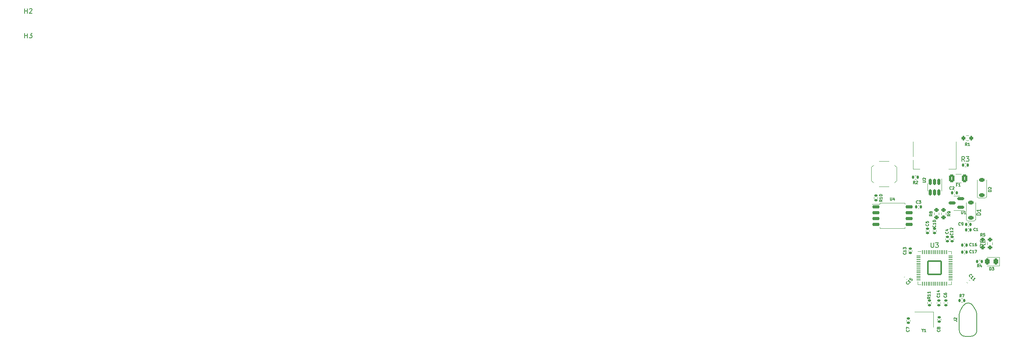
<source format=gto>
G04 #@! TF.GenerationSoftware,KiCad,Pcbnew,(7.0.0)*
G04 #@! TF.CreationDate,2023-04-19T14:41:34-07:00*
G04 #@! TF.ProjectId,OpenRectangle,4f70656e-5265-4637-9461-6e676c652e6b,rev?*
G04 #@! TF.SameCoordinates,Original*
G04 #@! TF.FileFunction,Legend,Top*
G04 #@! TF.FilePolarity,Positive*
%FSLAX46Y46*%
G04 Gerber Fmt 4.6, Leading zero omitted, Abs format (unit mm)*
G04 Created by KiCad (PCBNEW (7.0.0)) date 2023-04-19 14:41:34*
%MOMM*%
%LPD*%
G01*
G04 APERTURE LIST*
G04 Aperture macros list*
%AMRoundRect*
0 Rectangle with rounded corners*
0 $1 Rounding radius*
0 $2 $3 $4 $5 $6 $7 $8 $9 X,Y pos of 4 corners*
0 Add a 4 corners polygon primitive as box body*
4,1,4,$2,$3,$4,$5,$6,$7,$8,$9,$2,$3,0*
0 Add four circle primitives for the rounded corners*
1,1,$1+$1,$2,$3*
1,1,$1+$1,$4,$5*
1,1,$1+$1,$6,$7*
1,1,$1+$1,$8,$9*
0 Add four rect primitives between the rounded corners*
20,1,$1+$1,$2,$3,$4,$5,0*
20,1,$1+$1,$4,$5,$6,$7,0*
20,1,$1+$1,$6,$7,$8,$9,0*
20,1,$1+$1,$8,$9,$2,$3,0*%
G04 Aperture macros list end*
%ADD10C,0.150000*%
%ADD11C,0.120000*%
%ADD12C,0.200000*%
%ADD13RoundRect,0.200000X0.275000X-0.200000X0.275000X0.200000X-0.275000X0.200000X-0.275000X-0.200000X0*%
%ADD14C,3.800000*%
%ADD15C,1.750000*%
%ADD16C,3.987800*%
%ADD17R,1.100000X1.800000*%
%ADD18RoundRect,0.140000X0.170000X-0.140000X0.170000X0.140000X-0.170000X0.140000X-0.170000X-0.140000X0*%
%ADD19RoundRect,0.200000X-0.275000X0.200000X-0.275000X-0.200000X0.275000X-0.200000X0.275000X0.200000X0*%
%ADD20RoundRect,0.150000X0.587500X0.150000X-0.587500X0.150000X-0.587500X-0.150000X0.587500X-0.150000X0*%
%ADD21RoundRect,0.140000X0.140000X0.170000X-0.140000X0.170000X-0.140000X-0.170000X0.140000X-0.170000X0*%
%ADD22RoundRect,0.135000X-0.135000X-0.185000X0.135000X-0.185000X0.135000X0.185000X-0.135000X0.185000X0*%
%ADD23RoundRect,0.140000X-0.219203X-0.021213X-0.021213X-0.219203X0.219203X0.021213X0.021213X0.219203X0*%
%ADD24RoundRect,0.135000X0.135000X0.185000X-0.135000X0.185000X-0.135000X-0.185000X0.135000X-0.185000X0*%
%ADD25R,1.400000X1.200000*%
%ADD26RoundRect,0.140000X-0.021213X0.219203X-0.219203X0.021213X0.021213X-0.219203X0.219203X-0.021213X0*%
%ADD27RoundRect,0.250000X-0.375000X-0.625000X0.375000X-0.625000X0.375000X0.625000X-0.375000X0.625000X0*%
%ADD28RoundRect,0.225000X0.375000X-0.225000X0.375000X0.225000X-0.375000X0.225000X-0.375000X-0.225000X0*%
%ADD29RoundRect,0.200000X0.200000X0.275000X-0.200000X0.275000X-0.200000X-0.275000X0.200000X-0.275000X0*%
%ADD30RoundRect,0.140000X-0.140000X-0.170000X0.140000X-0.170000X0.140000X0.170000X-0.140000X0.170000X0*%
%ADD31RoundRect,0.243750X0.243750X0.456250X-0.243750X0.456250X-0.243750X-0.456250X0.243750X-0.456250X0*%
%ADD32RoundRect,0.135000X0.185000X-0.135000X0.185000X0.135000X-0.185000X0.135000X-0.185000X-0.135000X0*%
%ADD33RoundRect,0.140000X-0.170000X0.140000X-0.170000X-0.140000X0.170000X-0.140000X0.170000X0.140000X0*%
%ADD34C,3.300000*%
%ADD35RoundRect,0.135000X-0.185000X0.135000X-0.185000X-0.135000X0.185000X-0.135000X0.185000X0.135000X0*%
%ADD36C,0.990600*%
%ADD37C,0.787400*%
%ADD38RoundRect,0.050000X-0.387500X-0.050000X0.387500X-0.050000X0.387500X0.050000X-0.387500X0.050000X0*%
%ADD39RoundRect,0.050000X-0.050000X-0.387500X0.050000X-0.387500X0.050000X0.387500X-0.050000X0.387500X0*%
%ADD40RoundRect,0.144000X-1.456000X-1.456000X1.456000X-1.456000X1.456000X1.456000X-1.456000X1.456000X0*%
%ADD41RoundRect,0.150000X-0.150000X0.512500X-0.150000X-0.512500X0.150000X-0.512500X0.150000X0.512500X0*%
%ADD42C,0.650000*%
%ADD43R,0.300000X0.900000*%
%ADD44R,0.300000X0.700000*%
%ADD45O,0.800000X1.400000*%
%ADD46RoundRect,0.150000X-0.650000X-0.150000X0.650000X-0.150000X0.650000X0.150000X-0.650000X0.150000X0*%
G04 APERTURE END LIST*
D10*
X209507380Y-49766666D02*
X209031190Y-50099999D01*
X209507380Y-50338094D02*
X208507380Y-50338094D01*
X208507380Y-50338094D02*
X208507380Y-49957142D01*
X208507380Y-49957142D02*
X208555000Y-49861904D01*
X208555000Y-49861904D02*
X208602619Y-49814285D01*
X208602619Y-49814285D02*
X208697857Y-49766666D01*
X208697857Y-49766666D02*
X208840714Y-49766666D01*
X208840714Y-49766666D02*
X208935952Y-49814285D01*
X208935952Y-49814285D02*
X208983571Y-49861904D01*
X208983571Y-49861904D02*
X209031190Y-49957142D01*
X209031190Y-49957142D02*
X209031190Y-50338094D01*
X208507380Y-48909523D02*
X208507380Y-49099999D01*
X208507380Y-49099999D02*
X208555000Y-49195237D01*
X208555000Y-49195237D02*
X208602619Y-49242856D01*
X208602619Y-49242856D02*
X208745476Y-49338094D01*
X208745476Y-49338094D02*
X208935952Y-49385713D01*
X208935952Y-49385713D02*
X209316904Y-49385713D01*
X209316904Y-49385713D02*
X209412142Y-49338094D01*
X209412142Y-49338094D02*
X209459761Y-49290475D01*
X209459761Y-49290475D02*
X209507380Y-49195237D01*
X209507380Y-49195237D02*
X209507380Y-49004761D01*
X209507380Y-49004761D02*
X209459761Y-48909523D01*
X209459761Y-48909523D02*
X209412142Y-48861904D01*
X209412142Y-48861904D02*
X209316904Y-48814285D01*
X209316904Y-48814285D02*
X209078809Y-48814285D01*
X209078809Y-48814285D02*
X208983571Y-48861904D01*
X208983571Y-48861904D02*
X208935952Y-48909523D01*
X208935952Y-48909523D02*
X208888333Y-49004761D01*
X208888333Y-49004761D02*
X208888333Y-49195237D01*
X208888333Y-49195237D02*
X208935952Y-49290475D01*
X208935952Y-49290475D02*
X208983571Y-49338094D01*
X208983571Y-49338094D02*
X209078809Y-49385713D01*
X1413095Y-4992380D02*
X1413095Y-3992380D01*
X1413095Y-4468571D02*
X1984523Y-4468571D01*
X1984523Y-4992380D02*
X1984523Y-3992380D01*
X2365476Y-3992380D02*
X2984523Y-3992380D01*
X2984523Y-3992380D02*
X2651190Y-4373333D01*
X2651190Y-4373333D02*
X2794047Y-4373333D01*
X2794047Y-4373333D02*
X2889285Y-4420952D01*
X2889285Y-4420952D02*
X2936904Y-4468571D01*
X2936904Y-4468571D02*
X2984523Y-4563809D01*
X2984523Y-4563809D02*
X2984523Y-4801904D01*
X2984523Y-4801904D02*
X2936904Y-4897142D01*
X2936904Y-4897142D02*
X2889285Y-4944761D01*
X2889285Y-4944761D02*
X2794047Y-4992380D01*
X2794047Y-4992380D02*
X2508333Y-4992380D01*
X2508333Y-4992380D02*
X2413095Y-4944761D01*
X2413095Y-4944761D02*
X2365476Y-4897142D01*
X1413095Y357619D02*
X1413095Y1357619D01*
X1413095Y881428D02*
X1984523Y881428D01*
X1984523Y357619D02*
X1984523Y1357619D01*
X2413095Y1262380D02*
X2460714Y1310000D01*
X2460714Y1310000D02*
X2555952Y1357619D01*
X2555952Y1357619D02*
X2794047Y1357619D01*
X2794047Y1357619D02*
X2889285Y1310000D01*
X2889285Y1310000D02*
X2936904Y1262380D01*
X2936904Y1262380D02*
X2984523Y1167142D01*
X2984523Y1167142D02*
X2984523Y1071904D01*
X2984523Y1071904D02*
X2936904Y929047D01*
X2936904Y929047D02*
X2365476Y357619D01*
X2365476Y357619D02*
X2984523Y357619D01*
X192348035Y-51581732D02*
X192376607Y-51610304D01*
X192376607Y-51610304D02*
X192405178Y-51696018D01*
X192405178Y-51696018D02*
X192405178Y-51753161D01*
X192405178Y-51753161D02*
X192376607Y-51838875D01*
X192376607Y-51838875D02*
X192319464Y-51896018D01*
X192319464Y-51896018D02*
X192262321Y-51924589D01*
X192262321Y-51924589D02*
X192148035Y-51953161D01*
X192148035Y-51953161D02*
X192062321Y-51953161D01*
X192062321Y-51953161D02*
X191948035Y-51924589D01*
X191948035Y-51924589D02*
X191890892Y-51896018D01*
X191890892Y-51896018D02*
X191833750Y-51838875D01*
X191833750Y-51838875D02*
X191805178Y-51753161D01*
X191805178Y-51753161D02*
X191805178Y-51696018D01*
X191805178Y-51696018D02*
X191833750Y-51610304D01*
X191833750Y-51610304D02*
X191862321Y-51581732D01*
X192405178Y-51010304D02*
X192405178Y-51353161D01*
X192405178Y-51181732D02*
X191805178Y-51181732D01*
X191805178Y-51181732D02*
X191890892Y-51238875D01*
X191890892Y-51238875D02*
X191948035Y-51296018D01*
X191948035Y-51296018D02*
X191976607Y-51353161D01*
X191805178Y-50810303D02*
X191805178Y-50438875D01*
X191805178Y-50438875D02*
X192033750Y-50638875D01*
X192033750Y-50638875D02*
X192033750Y-50553160D01*
X192033750Y-50553160D02*
X192062321Y-50496018D01*
X192062321Y-50496018D02*
X192090892Y-50467446D01*
X192090892Y-50467446D02*
X192148035Y-50438875D01*
X192148035Y-50438875D02*
X192290892Y-50438875D01*
X192290892Y-50438875D02*
X192348035Y-50467446D01*
X192348035Y-50467446D02*
X192376607Y-50496018D01*
X192376607Y-50496018D02*
X192405178Y-50553160D01*
X192405178Y-50553160D02*
X192405178Y-50724589D01*
X192405178Y-50724589D02*
X192376607Y-50781732D01*
X192376607Y-50781732D02*
X192348035Y-50810303D01*
X208940000Y-48000428D02*
X208740000Y-47714714D01*
X208597143Y-48000428D02*
X208597143Y-47400428D01*
X208597143Y-47400428D02*
X208825714Y-47400428D01*
X208825714Y-47400428D02*
X208882857Y-47429000D01*
X208882857Y-47429000D02*
X208911428Y-47457571D01*
X208911428Y-47457571D02*
X208940000Y-47514714D01*
X208940000Y-47514714D02*
X208940000Y-47600428D01*
X208940000Y-47600428D02*
X208911428Y-47657571D01*
X208911428Y-47657571D02*
X208882857Y-47686142D01*
X208882857Y-47686142D02*
X208825714Y-47714714D01*
X208825714Y-47714714D02*
X208597143Y-47714714D01*
X209482857Y-47400428D02*
X209197143Y-47400428D01*
X209197143Y-47400428D02*
X209168571Y-47686142D01*
X209168571Y-47686142D02*
X209197143Y-47657571D01*
X209197143Y-47657571D02*
X209254286Y-47629000D01*
X209254286Y-47629000D02*
X209397143Y-47629000D01*
X209397143Y-47629000D02*
X209454286Y-47657571D01*
X209454286Y-47657571D02*
X209482857Y-47686142D01*
X209482857Y-47686142D02*
X209511428Y-47743285D01*
X209511428Y-47743285D02*
X209511428Y-47886142D01*
X209511428Y-47886142D02*
X209482857Y-47943285D01*
X209482857Y-47943285D02*
X209454286Y-47971857D01*
X209454286Y-47971857D02*
X209397143Y-48000428D01*
X209397143Y-48000428D02*
X209254286Y-48000428D01*
X209254286Y-48000428D02*
X209197143Y-47971857D01*
X209197143Y-47971857D02*
X209168571Y-47943285D01*
X204395357Y-42540428D02*
X204395357Y-43026142D01*
X204395357Y-43026142D02*
X204423928Y-43083285D01*
X204423928Y-43083285D02*
X204452500Y-43111857D01*
X204452500Y-43111857D02*
X204509642Y-43140428D01*
X204509642Y-43140428D02*
X204623928Y-43140428D01*
X204623928Y-43140428D02*
X204681071Y-43111857D01*
X204681071Y-43111857D02*
X204709642Y-43083285D01*
X204709642Y-43083285D02*
X204738214Y-43026142D01*
X204738214Y-43026142D02*
X204738214Y-42540428D01*
X205338213Y-43140428D02*
X204995356Y-43140428D01*
X205166785Y-43140428D02*
X205166785Y-42540428D01*
X205166785Y-42540428D02*
X205109642Y-42626142D01*
X205109642Y-42626142D02*
X205052499Y-42683285D01*
X205052499Y-42683285D02*
X204995356Y-42711857D01*
X202240000Y-37813285D02*
X202211428Y-37841857D01*
X202211428Y-37841857D02*
X202125714Y-37870428D01*
X202125714Y-37870428D02*
X202068571Y-37870428D01*
X202068571Y-37870428D02*
X201982857Y-37841857D01*
X201982857Y-37841857D02*
X201925714Y-37784714D01*
X201925714Y-37784714D02*
X201897143Y-37727571D01*
X201897143Y-37727571D02*
X201868571Y-37613285D01*
X201868571Y-37613285D02*
X201868571Y-37527571D01*
X201868571Y-37527571D02*
X201897143Y-37413285D01*
X201897143Y-37413285D02*
X201925714Y-37356142D01*
X201925714Y-37356142D02*
X201982857Y-37299000D01*
X201982857Y-37299000D02*
X202068571Y-37270428D01*
X202068571Y-37270428D02*
X202125714Y-37270428D01*
X202125714Y-37270428D02*
X202211428Y-37299000D01*
X202211428Y-37299000D02*
X202240000Y-37327571D01*
X202468571Y-37327571D02*
X202497143Y-37299000D01*
X202497143Y-37299000D02*
X202554286Y-37270428D01*
X202554286Y-37270428D02*
X202697143Y-37270428D01*
X202697143Y-37270428D02*
X202754286Y-37299000D01*
X202754286Y-37299000D02*
X202782857Y-37327571D01*
X202782857Y-37327571D02*
X202811428Y-37384714D01*
X202811428Y-37384714D02*
X202811428Y-37441857D01*
X202811428Y-37441857D02*
X202782857Y-37527571D01*
X202782857Y-37527571D02*
X202440000Y-37870428D01*
X202440000Y-37870428D02*
X202811428Y-37870428D01*
X208230000Y-54730428D02*
X208030000Y-54444714D01*
X207887143Y-54730428D02*
X207887143Y-54130428D01*
X207887143Y-54130428D02*
X208115714Y-54130428D01*
X208115714Y-54130428D02*
X208172857Y-54159000D01*
X208172857Y-54159000D02*
X208201428Y-54187571D01*
X208201428Y-54187571D02*
X208230000Y-54244714D01*
X208230000Y-54244714D02*
X208230000Y-54330428D01*
X208230000Y-54330428D02*
X208201428Y-54387571D01*
X208201428Y-54387571D02*
X208172857Y-54416142D01*
X208172857Y-54416142D02*
X208115714Y-54444714D01*
X208115714Y-54444714D02*
X207887143Y-54444714D01*
X208744286Y-54330428D02*
X208744286Y-54730428D01*
X208601428Y-54101857D02*
X208458571Y-54530428D01*
X208458571Y-54530428D02*
X208830000Y-54530428D01*
X206318042Y-56838367D02*
X206277635Y-56838367D01*
X206277635Y-56838367D02*
X206196823Y-56797961D01*
X206196823Y-56797961D02*
X206156417Y-56757555D01*
X206156417Y-56757555D02*
X206116011Y-56676743D01*
X206116011Y-56676743D02*
X206116011Y-56595931D01*
X206116011Y-56595931D02*
X206136214Y-56535322D01*
X206136214Y-56535322D02*
X206196823Y-56434306D01*
X206196823Y-56434306D02*
X206257432Y-56373697D01*
X206257432Y-56373697D02*
X206358448Y-56313088D01*
X206358448Y-56313088D02*
X206419057Y-56292885D01*
X206419057Y-56292885D02*
X206499869Y-56292885D01*
X206499869Y-56292885D02*
X206580681Y-56333291D01*
X206580681Y-56333291D02*
X206621087Y-56373697D01*
X206621087Y-56373697D02*
X206661493Y-56454509D01*
X206661493Y-56454509D02*
X206661493Y-56494916D01*
X206681696Y-57282835D02*
X206439260Y-57040398D01*
X206560478Y-57161616D02*
X206984742Y-56737352D01*
X206984742Y-56737352D02*
X206883727Y-56757555D01*
X206883727Y-56757555D02*
X206802915Y-56757555D01*
X206802915Y-56757555D02*
X206742306Y-56737352D01*
X207085758Y-57686896D02*
X206843321Y-57444459D01*
X206964540Y-57565678D02*
X207388804Y-57141414D01*
X207388804Y-57141414D02*
X207287788Y-57161617D01*
X207287788Y-57161617D02*
X207206976Y-57161617D01*
X207206976Y-57161617D02*
X207146367Y-57141414D01*
X194330000Y-36620428D02*
X194130000Y-36334714D01*
X193987143Y-36620428D02*
X193987143Y-36020428D01*
X193987143Y-36020428D02*
X194215714Y-36020428D01*
X194215714Y-36020428D02*
X194272857Y-36049000D01*
X194272857Y-36049000D02*
X194301428Y-36077571D01*
X194301428Y-36077571D02*
X194330000Y-36134714D01*
X194330000Y-36134714D02*
X194330000Y-36220428D01*
X194330000Y-36220428D02*
X194301428Y-36277571D01*
X194301428Y-36277571D02*
X194272857Y-36306142D01*
X194272857Y-36306142D02*
X194215714Y-36334714D01*
X194215714Y-36334714D02*
X193987143Y-36334714D01*
X194558571Y-36077571D02*
X194587143Y-36049000D01*
X194587143Y-36049000D02*
X194644286Y-36020428D01*
X194644286Y-36020428D02*
X194787143Y-36020428D01*
X194787143Y-36020428D02*
X194844286Y-36049000D01*
X194844286Y-36049000D02*
X194872857Y-36077571D01*
X194872857Y-36077571D02*
X194901428Y-36134714D01*
X194901428Y-36134714D02*
X194901428Y-36191857D01*
X194901428Y-36191857D02*
X194872857Y-36277571D01*
X194872857Y-36277571D02*
X194530000Y-36620428D01*
X194530000Y-36620428D02*
X194901428Y-36620428D01*
X196008285Y-68423964D02*
X196008285Y-68709678D01*
X195808285Y-68109678D02*
X196008285Y-68423964D01*
X196008285Y-68423964D02*
X196208285Y-68109678D01*
X196722571Y-68709678D02*
X196379714Y-68709678D01*
X196551143Y-68709678D02*
X196551143Y-68109678D01*
X196551143Y-68109678D02*
X196494000Y-68195392D01*
X196494000Y-68195392D02*
X196436857Y-68252535D01*
X196436857Y-68252535D02*
X196379714Y-68281107D01*
X192991712Y-58246463D02*
X192991712Y-58286870D01*
X192991712Y-58286870D02*
X192951306Y-58367682D01*
X192951306Y-58367682D02*
X192910900Y-58408088D01*
X192910900Y-58408088D02*
X192830088Y-58448494D01*
X192830088Y-58448494D02*
X192749276Y-58448494D01*
X192749276Y-58448494D02*
X192688667Y-58428291D01*
X192688667Y-58428291D02*
X192587651Y-58367682D01*
X192587651Y-58367682D02*
X192527042Y-58307073D01*
X192527042Y-58307073D02*
X192466433Y-58206057D01*
X192466433Y-58206057D02*
X192446230Y-58145448D01*
X192446230Y-58145448D02*
X192446230Y-58064636D01*
X192446230Y-58064636D02*
X192486636Y-57983824D01*
X192486636Y-57983824D02*
X192527042Y-57943418D01*
X192527042Y-57943418D02*
X192607854Y-57903012D01*
X192607854Y-57903012D02*
X192648261Y-57903012D01*
X193436180Y-57882809D02*
X193193743Y-58125245D01*
X193314961Y-58004027D02*
X192890697Y-57579763D01*
X192890697Y-57579763D02*
X192910900Y-57680778D01*
X192910900Y-57680778D02*
X192910900Y-57761590D01*
X192910900Y-57761590D02*
X192890697Y-57822199D01*
X193395774Y-57074686D02*
X193193743Y-57276717D01*
X193193743Y-57276717D02*
X193375571Y-57498950D01*
X193375571Y-57498950D02*
X193375571Y-57458544D01*
X193375571Y-57458544D02*
X193395774Y-57397935D01*
X193395774Y-57397935D02*
X193496789Y-57296920D01*
X193496789Y-57296920D02*
X193557398Y-57276717D01*
X193557398Y-57276717D02*
X193597804Y-57276717D01*
X193597804Y-57276717D02*
X193658413Y-57296920D01*
X193658413Y-57296920D02*
X193759429Y-57397935D01*
X193759429Y-57397935D02*
X193779632Y-57458544D01*
X193779632Y-57458544D02*
X193779632Y-57498950D01*
X193779632Y-57498950D02*
X193759429Y-57559559D01*
X193759429Y-57559559D02*
X193658413Y-57660575D01*
X193658413Y-57660575D02*
X193597804Y-57680778D01*
X193597804Y-57680778D02*
X193557398Y-57680778D01*
X199723285Y-68339999D02*
X199751857Y-68368571D01*
X199751857Y-68368571D02*
X199780428Y-68454285D01*
X199780428Y-68454285D02*
X199780428Y-68511428D01*
X199780428Y-68511428D02*
X199751857Y-68597142D01*
X199751857Y-68597142D02*
X199694714Y-68654285D01*
X199694714Y-68654285D02*
X199637571Y-68682856D01*
X199637571Y-68682856D02*
X199523285Y-68711428D01*
X199523285Y-68711428D02*
X199437571Y-68711428D01*
X199437571Y-68711428D02*
X199323285Y-68682856D01*
X199323285Y-68682856D02*
X199266142Y-68654285D01*
X199266142Y-68654285D02*
X199209000Y-68597142D01*
X199209000Y-68597142D02*
X199180428Y-68511428D01*
X199180428Y-68511428D02*
X199180428Y-68454285D01*
X199180428Y-68454285D02*
X199209000Y-68368571D01*
X199209000Y-68368571D02*
X199237571Y-68339999D01*
X199437571Y-67997142D02*
X199409000Y-68054285D01*
X199409000Y-68054285D02*
X199380428Y-68082856D01*
X199380428Y-68082856D02*
X199323285Y-68111428D01*
X199323285Y-68111428D02*
X199294714Y-68111428D01*
X199294714Y-68111428D02*
X199237571Y-68082856D01*
X199237571Y-68082856D02*
X199209000Y-68054285D01*
X199209000Y-68054285D02*
X199180428Y-67997142D01*
X199180428Y-67997142D02*
X199180428Y-67882856D01*
X199180428Y-67882856D02*
X199209000Y-67825714D01*
X199209000Y-67825714D02*
X199237571Y-67797142D01*
X199237571Y-67797142D02*
X199294714Y-67768571D01*
X199294714Y-67768571D02*
X199323285Y-67768571D01*
X199323285Y-67768571D02*
X199380428Y-67797142D01*
X199380428Y-67797142D02*
X199409000Y-67825714D01*
X199409000Y-67825714D02*
X199437571Y-67882856D01*
X199437571Y-67882856D02*
X199437571Y-67997142D01*
X199437571Y-67997142D02*
X199466142Y-68054285D01*
X199466142Y-68054285D02*
X199494714Y-68082856D01*
X199494714Y-68082856D02*
X199551857Y-68111428D01*
X199551857Y-68111428D02*
X199666142Y-68111428D01*
X199666142Y-68111428D02*
X199723285Y-68082856D01*
X199723285Y-68082856D02*
X199751857Y-68054285D01*
X199751857Y-68054285D02*
X199780428Y-67997142D01*
X199780428Y-67997142D02*
X199780428Y-67882856D01*
X199780428Y-67882856D02*
X199751857Y-67825714D01*
X199751857Y-67825714D02*
X199723285Y-67797142D01*
X199723285Y-67797142D02*
X199666142Y-67768571D01*
X199666142Y-67768571D02*
X199551857Y-67768571D01*
X199551857Y-67768571D02*
X199494714Y-67797142D01*
X199494714Y-67797142D02*
X199466142Y-67825714D01*
X199466142Y-67825714D02*
X199437571Y-67882856D01*
X203510000Y-36876142D02*
X203310000Y-36876142D01*
X203310000Y-37190428D02*
X203310000Y-36590428D01*
X203310000Y-36590428D02*
X203595714Y-36590428D01*
X204138571Y-37190428D02*
X203795714Y-37190428D01*
X203967143Y-37190428D02*
X203967143Y-36590428D01*
X203967143Y-36590428D02*
X203910000Y-36676142D01*
X203910000Y-36676142D02*
X203852857Y-36733285D01*
X203852857Y-36733285D02*
X203795714Y-36761857D01*
X210850428Y-38322856D02*
X210250428Y-38322856D01*
X210250428Y-38322856D02*
X210250428Y-38179999D01*
X210250428Y-38179999D02*
X210279000Y-38094285D01*
X210279000Y-38094285D02*
X210336142Y-38037142D01*
X210336142Y-38037142D02*
X210393285Y-38008571D01*
X210393285Y-38008571D02*
X210507571Y-37979999D01*
X210507571Y-37979999D02*
X210593285Y-37979999D01*
X210593285Y-37979999D02*
X210707571Y-38008571D01*
X210707571Y-38008571D02*
X210764714Y-38037142D01*
X210764714Y-38037142D02*
X210821857Y-38094285D01*
X210821857Y-38094285D02*
X210850428Y-38179999D01*
X210850428Y-38179999D02*
X210850428Y-38322856D01*
X210307571Y-37751428D02*
X210279000Y-37722856D01*
X210279000Y-37722856D02*
X210250428Y-37665714D01*
X210250428Y-37665714D02*
X210250428Y-37522856D01*
X210250428Y-37522856D02*
X210279000Y-37465714D01*
X210279000Y-37465714D02*
X210307571Y-37437142D01*
X210307571Y-37437142D02*
X210364714Y-37408571D01*
X210364714Y-37408571D02*
X210421857Y-37408571D01*
X210421857Y-37408571D02*
X210507571Y-37437142D01*
X210507571Y-37437142D02*
X210850428Y-37779999D01*
X210850428Y-37779999D02*
X210850428Y-37408571D01*
X205595000Y-28370428D02*
X205395000Y-28084714D01*
X205252143Y-28370428D02*
X205252143Y-27770428D01*
X205252143Y-27770428D02*
X205480714Y-27770428D01*
X205480714Y-27770428D02*
X205537857Y-27799000D01*
X205537857Y-27799000D02*
X205566428Y-27827571D01*
X205566428Y-27827571D02*
X205595000Y-27884714D01*
X205595000Y-27884714D02*
X205595000Y-27970428D01*
X205595000Y-27970428D02*
X205566428Y-28027571D01*
X205566428Y-28027571D02*
X205537857Y-28056142D01*
X205537857Y-28056142D02*
X205480714Y-28084714D01*
X205480714Y-28084714D02*
X205252143Y-28084714D01*
X206166428Y-28370428D02*
X205823571Y-28370428D01*
X205995000Y-28370428D02*
X205995000Y-27770428D01*
X205995000Y-27770428D02*
X205937857Y-27856142D01*
X205937857Y-27856142D02*
X205880714Y-27913285D01*
X205880714Y-27913285D02*
X205823571Y-27941857D01*
X204190000Y-45588285D02*
X204161428Y-45616857D01*
X204161428Y-45616857D02*
X204075714Y-45645428D01*
X204075714Y-45645428D02*
X204018571Y-45645428D01*
X204018571Y-45645428D02*
X203932857Y-45616857D01*
X203932857Y-45616857D02*
X203875714Y-45559714D01*
X203875714Y-45559714D02*
X203847143Y-45502571D01*
X203847143Y-45502571D02*
X203818571Y-45388285D01*
X203818571Y-45388285D02*
X203818571Y-45302571D01*
X203818571Y-45302571D02*
X203847143Y-45188285D01*
X203847143Y-45188285D02*
X203875714Y-45131142D01*
X203875714Y-45131142D02*
X203932857Y-45074000D01*
X203932857Y-45074000D02*
X204018571Y-45045428D01*
X204018571Y-45045428D02*
X204075714Y-45045428D01*
X204075714Y-45045428D02*
X204161428Y-45074000D01*
X204161428Y-45074000D02*
X204190000Y-45102571D01*
X204475714Y-45645428D02*
X204590000Y-45645428D01*
X204590000Y-45645428D02*
X204647143Y-45616857D01*
X204647143Y-45616857D02*
X204675714Y-45588285D01*
X204675714Y-45588285D02*
X204732857Y-45502571D01*
X204732857Y-45502571D02*
X204761428Y-45388285D01*
X204761428Y-45388285D02*
X204761428Y-45159714D01*
X204761428Y-45159714D02*
X204732857Y-45102571D01*
X204732857Y-45102571D02*
X204704286Y-45074000D01*
X204704286Y-45074000D02*
X204647143Y-45045428D01*
X204647143Y-45045428D02*
X204532857Y-45045428D01*
X204532857Y-45045428D02*
X204475714Y-45074000D01*
X204475714Y-45074000D02*
X204447143Y-45102571D01*
X204447143Y-45102571D02*
X204418571Y-45159714D01*
X204418571Y-45159714D02*
X204418571Y-45302571D01*
X204418571Y-45302571D02*
X204447143Y-45359714D01*
X204447143Y-45359714D02*
X204475714Y-45388285D01*
X204475714Y-45388285D02*
X204532857Y-45416857D01*
X204532857Y-45416857D02*
X204647143Y-45416857D01*
X204647143Y-45416857D02*
X204704286Y-45388285D01*
X204704286Y-45388285D02*
X204732857Y-45359714D01*
X204732857Y-45359714D02*
X204761428Y-45302571D01*
X207430000Y-46788285D02*
X207401428Y-46816857D01*
X207401428Y-46816857D02*
X207315714Y-46845428D01*
X207315714Y-46845428D02*
X207258571Y-46845428D01*
X207258571Y-46845428D02*
X207172857Y-46816857D01*
X207172857Y-46816857D02*
X207115714Y-46759714D01*
X207115714Y-46759714D02*
X207087143Y-46702571D01*
X207087143Y-46702571D02*
X207058571Y-46588285D01*
X207058571Y-46588285D02*
X207058571Y-46502571D01*
X207058571Y-46502571D02*
X207087143Y-46388285D01*
X207087143Y-46388285D02*
X207115714Y-46331142D01*
X207115714Y-46331142D02*
X207172857Y-46274000D01*
X207172857Y-46274000D02*
X207258571Y-46245428D01*
X207258571Y-46245428D02*
X207315714Y-46245428D01*
X207315714Y-46245428D02*
X207401428Y-46274000D01*
X207401428Y-46274000D02*
X207430000Y-46302571D01*
X208001428Y-46845428D02*
X207658571Y-46845428D01*
X207830000Y-46845428D02*
X207830000Y-46245428D01*
X207830000Y-46245428D02*
X207772857Y-46331142D01*
X207772857Y-46331142D02*
X207715714Y-46388285D01*
X207715714Y-46388285D02*
X207658571Y-46416857D01*
X210514643Y-55370428D02*
X210514643Y-54770428D01*
X210514643Y-54770428D02*
X210657500Y-54770428D01*
X210657500Y-54770428D02*
X210743214Y-54799000D01*
X210743214Y-54799000D02*
X210800357Y-54856142D01*
X210800357Y-54856142D02*
X210828928Y-54913285D01*
X210828928Y-54913285D02*
X210857500Y-55027571D01*
X210857500Y-55027571D02*
X210857500Y-55113285D01*
X210857500Y-55113285D02*
X210828928Y-55227571D01*
X210828928Y-55227571D02*
X210800357Y-55284714D01*
X210800357Y-55284714D02*
X210743214Y-55341857D01*
X210743214Y-55341857D02*
X210657500Y-55370428D01*
X210657500Y-55370428D02*
X210514643Y-55370428D01*
X211057500Y-54770428D02*
X211428928Y-54770428D01*
X211428928Y-54770428D02*
X211228928Y-54999000D01*
X211228928Y-54999000D02*
X211314643Y-54999000D01*
X211314643Y-54999000D02*
X211371786Y-55027571D01*
X211371786Y-55027571D02*
X211400357Y-55056142D01*
X211400357Y-55056142D02*
X211428928Y-55113285D01*
X211428928Y-55113285D02*
X211428928Y-55256142D01*
X211428928Y-55256142D02*
X211400357Y-55313285D01*
X211400357Y-55313285D02*
X211371786Y-55341857D01*
X211371786Y-55341857D02*
X211314643Y-55370428D01*
X211314643Y-55370428D02*
X211143214Y-55370428D01*
X211143214Y-55370428D02*
X211086071Y-55341857D01*
X211086071Y-55341857D02*
X211057500Y-55313285D01*
X201513285Y-47079999D02*
X201541857Y-47108571D01*
X201541857Y-47108571D02*
X201570428Y-47194285D01*
X201570428Y-47194285D02*
X201570428Y-47251428D01*
X201570428Y-47251428D02*
X201541857Y-47337142D01*
X201541857Y-47337142D02*
X201484714Y-47394285D01*
X201484714Y-47394285D02*
X201427571Y-47422856D01*
X201427571Y-47422856D02*
X201313285Y-47451428D01*
X201313285Y-47451428D02*
X201227571Y-47451428D01*
X201227571Y-47451428D02*
X201113285Y-47422856D01*
X201113285Y-47422856D02*
X201056142Y-47394285D01*
X201056142Y-47394285D02*
X200999000Y-47337142D01*
X200999000Y-47337142D02*
X200970428Y-47251428D01*
X200970428Y-47251428D02*
X200970428Y-47194285D01*
X200970428Y-47194285D02*
X200999000Y-47108571D01*
X200999000Y-47108571D02*
X201027571Y-47079999D01*
X201170428Y-46565714D02*
X201570428Y-46565714D01*
X200941857Y-46708571D02*
X201370428Y-46851428D01*
X201370428Y-46851428D02*
X201370428Y-46479999D01*
X197660428Y-61185714D02*
X197374714Y-61385714D01*
X197660428Y-61528571D02*
X197060428Y-61528571D01*
X197060428Y-61528571D02*
X197060428Y-61300000D01*
X197060428Y-61300000D02*
X197089000Y-61242857D01*
X197089000Y-61242857D02*
X197117571Y-61214286D01*
X197117571Y-61214286D02*
X197174714Y-61185714D01*
X197174714Y-61185714D02*
X197260428Y-61185714D01*
X197260428Y-61185714D02*
X197317571Y-61214286D01*
X197317571Y-61214286D02*
X197346142Y-61242857D01*
X197346142Y-61242857D02*
X197374714Y-61300000D01*
X197374714Y-61300000D02*
X197374714Y-61528571D01*
X197660428Y-60614286D02*
X197660428Y-60957143D01*
X197660428Y-60785714D02*
X197060428Y-60785714D01*
X197060428Y-60785714D02*
X197146142Y-60842857D01*
X197146142Y-60842857D02*
X197203285Y-60900000D01*
X197203285Y-60900000D02*
X197231857Y-60957143D01*
X197660428Y-60042857D02*
X197660428Y-60385714D01*
X197660428Y-60214285D02*
X197060428Y-60214285D01*
X197060428Y-60214285D02*
X197146142Y-60271428D01*
X197146142Y-60271428D02*
X197203285Y-60328571D01*
X197203285Y-60328571D02*
X197231857Y-60385714D01*
X201143285Y-60899999D02*
X201171857Y-60928571D01*
X201171857Y-60928571D02*
X201200428Y-61014285D01*
X201200428Y-61014285D02*
X201200428Y-61071428D01*
X201200428Y-61071428D02*
X201171857Y-61157142D01*
X201171857Y-61157142D02*
X201114714Y-61214285D01*
X201114714Y-61214285D02*
X201057571Y-61242856D01*
X201057571Y-61242856D02*
X200943285Y-61271428D01*
X200943285Y-61271428D02*
X200857571Y-61271428D01*
X200857571Y-61271428D02*
X200743285Y-61242856D01*
X200743285Y-61242856D02*
X200686142Y-61214285D01*
X200686142Y-61214285D02*
X200629000Y-61157142D01*
X200629000Y-61157142D02*
X200600428Y-61071428D01*
X200600428Y-61071428D02*
X200600428Y-61014285D01*
X200600428Y-61014285D02*
X200629000Y-60928571D01*
X200629000Y-60928571D02*
X200657571Y-60899999D01*
X200600428Y-60385714D02*
X200600428Y-60499999D01*
X200600428Y-60499999D02*
X200629000Y-60557142D01*
X200629000Y-60557142D02*
X200657571Y-60585714D01*
X200657571Y-60585714D02*
X200743285Y-60642856D01*
X200743285Y-60642856D02*
X200857571Y-60671428D01*
X200857571Y-60671428D02*
X201086142Y-60671428D01*
X201086142Y-60671428D02*
X201143285Y-60642856D01*
X201143285Y-60642856D02*
X201171857Y-60614285D01*
X201171857Y-60614285D02*
X201200428Y-60557142D01*
X201200428Y-60557142D02*
X201200428Y-60442856D01*
X201200428Y-60442856D02*
X201171857Y-60385714D01*
X201171857Y-60385714D02*
X201143285Y-60357142D01*
X201143285Y-60357142D02*
X201086142Y-60328571D01*
X201086142Y-60328571D02*
X200943285Y-60328571D01*
X200943285Y-60328571D02*
X200886142Y-60357142D01*
X200886142Y-60357142D02*
X200857571Y-60385714D01*
X200857571Y-60385714D02*
X200829000Y-60442856D01*
X200829000Y-60442856D02*
X200829000Y-60557142D01*
X200829000Y-60557142D02*
X200857571Y-60614285D01*
X200857571Y-60614285D02*
X200886142Y-60642856D01*
X200886142Y-60642856D02*
X200943285Y-60671428D01*
X206554285Y-50083285D02*
X206525713Y-50111857D01*
X206525713Y-50111857D02*
X206439999Y-50140428D01*
X206439999Y-50140428D02*
X206382856Y-50140428D01*
X206382856Y-50140428D02*
X206297142Y-50111857D01*
X206297142Y-50111857D02*
X206239999Y-50054714D01*
X206239999Y-50054714D02*
X206211428Y-49997571D01*
X206211428Y-49997571D02*
X206182856Y-49883285D01*
X206182856Y-49883285D02*
X206182856Y-49797571D01*
X206182856Y-49797571D02*
X206211428Y-49683285D01*
X206211428Y-49683285D02*
X206239999Y-49626142D01*
X206239999Y-49626142D02*
X206297142Y-49569000D01*
X206297142Y-49569000D02*
X206382856Y-49540428D01*
X206382856Y-49540428D02*
X206439999Y-49540428D01*
X206439999Y-49540428D02*
X206525713Y-49569000D01*
X206525713Y-49569000D02*
X206554285Y-49597571D01*
X207125713Y-50140428D02*
X206782856Y-50140428D01*
X206954285Y-50140428D02*
X206954285Y-49540428D01*
X206954285Y-49540428D02*
X206897142Y-49626142D01*
X206897142Y-49626142D02*
X206839999Y-49683285D01*
X206839999Y-49683285D02*
X206782856Y-49711857D01*
X207640000Y-49540428D02*
X207525714Y-49540428D01*
X207525714Y-49540428D02*
X207468571Y-49569000D01*
X207468571Y-49569000D02*
X207440000Y-49597571D01*
X207440000Y-49597571D02*
X207382857Y-49683285D01*
X207382857Y-49683285D02*
X207354285Y-49797571D01*
X207354285Y-49797571D02*
X207354285Y-50026142D01*
X207354285Y-50026142D02*
X207382857Y-50083285D01*
X207382857Y-50083285D02*
X207411428Y-50111857D01*
X207411428Y-50111857D02*
X207468571Y-50140428D01*
X207468571Y-50140428D02*
X207582857Y-50140428D01*
X207582857Y-50140428D02*
X207640000Y-50111857D01*
X207640000Y-50111857D02*
X207668571Y-50083285D01*
X207668571Y-50083285D02*
X207697142Y-50026142D01*
X207697142Y-50026142D02*
X207697142Y-49883285D01*
X207697142Y-49883285D02*
X207668571Y-49826142D01*
X207668571Y-49826142D02*
X207640000Y-49797571D01*
X207640000Y-49797571D02*
X207582857Y-49769000D01*
X207582857Y-49769000D02*
X207468571Y-49769000D01*
X207468571Y-49769000D02*
X207411428Y-49797571D01*
X207411428Y-49797571D02*
X207382857Y-49826142D01*
X207382857Y-49826142D02*
X207354285Y-49883285D01*
X202513285Y-47365714D02*
X202541857Y-47394286D01*
X202541857Y-47394286D02*
X202570428Y-47480000D01*
X202570428Y-47480000D02*
X202570428Y-47537143D01*
X202570428Y-47537143D02*
X202541857Y-47622857D01*
X202541857Y-47622857D02*
X202484714Y-47680000D01*
X202484714Y-47680000D02*
X202427571Y-47708571D01*
X202427571Y-47708571D02*
X202313285Y-47737143D01*
X202313285Y-47737143D02*
X202227571Y-47737143D01*
X202227571Y-47737143D02*
X202113285Y-47708571D01*
X202113285Y-47708571D02*
X202056142Y-47680000D01*
X202056142Y-47680000D02*
X201999000Y-47622857D01*
X201999000Y-47622857D02*
X201970428Y-47537143D01*
X201970428Y-47537143D02*
X201970428Y-47480000D01*
X201970428Y-47480000D02*
X201999000Y-47394286D01*
X201999000Y-47394286D02*
X202027571Y-47365714D01*
X202570428Y-46794286D02*
X202570428Y-47137143D01*
X202570428Y-46965714D02*
X201970428Y-46965714D01*
X201970428Y-46965714D02*
X202056142Y-47022857D01*
X202056142Y-47022857D02*
X202113285Y-47080000D01*
X202113285Y-47080000D02*
X202141857Y-47137143D01*
X202027571Y-46565714D02*
X201999000Y-46537142D01*
X201999000Y-46537142D02*
X201970428Y-46480000D01*
X201970428Y-46480000D02*
X201970428Y-46337142D01*
X201970428Y-46337142D02*
X201999000Y-46280000D01*
X201999000Y-46280000D02*
X202027571Y-46251428D01*
X202027571Y-46251428D02*
X202084714Y-46222857D01*
X202084714Y-46222857D02*
X202141857Y-46222857D01*
X202141857Y-46222857D02*
X202227571Y-46251428D01*
X202227571Y-46251428D02*
X202570428Y-46594285D01*
X202570428Y-46594285D02*
X202570428Y-46222857D01*
X195000000Y-40843285D02*
X194971428Y-40871857D01*
X194971428Y-40871857D02*
X194885714Y-40900428D01*
X194885714Y-40900428D02*
X194828571Y-40900428D01*
X194828571Y-40900428D02*
X194742857Y-40871857D01*
X194742857Y-40871857D02*
X194685714Y-40814714D01*
X194685714Y-40814714D02*
X194657143Y-40757571D01*
X194657143Y-40757571D02*
X194628571Y-40643285D01*
X194628571Y-40643285D02*
X194628571Y-40557571D01*
X194628571Y-40557571D02*
X194657143Y-40443285D01*
X194657143Y-40443285D02*
X194685714Y-40386142D01*
X194685714Y-40386142D02*
X194742857Y-40329000D01*
X194742857Y-40329000D02*
X194828571Y-40300428D01*
X194828571Y-40300428D02*
X194885714Y-40300428D01*
X194885714Y-40300428D02*
X194971428Y-40329000D01*
X194971428Y-40329000D02*
X195000000Y-40357571D01*
X195200000Y-40300428D02*
X195571428Y-40300428D01*
X195571428Y-40300428D02*
X195371428Y-40529000D01*
X195371428Y-40529000D02*
X195457143Y-40529000D01*
X195457143Y-40529000D02*
X195514286Y-40557571D01*
X195514286Y-40557571D02*
X195542857Y-40586142D01*
X195542857Y-40586142D02*
X195571428Y-40643285D01*
X195571428Y-40643285D02*
X195571428Y-40786142D01*
X195571428Y-40786142D02*
X195542857Y-40843285D01*
X195542857Y-40843285D02*
X195514286Y-40871857D01*
X195514286Y-40871857D02*
X195457143Y-40900428D01*
X195457143Y-40900428D02*
X195285714Y-40900428D01*
X195285714Y-40900428D02*
X195228571Y-40871857D01*
X195228571Y-40871857D02*
X195200000Y-40843285D01*
X193033285Y-68349999D02*
X193061857Y-68378571D01*
X193061857Y-68378571D02*
X193090428Y-68464285D01*
X193090428Y-68464285D02*
X193090428Y-68521428D01*
X193090428Y-68521428D02*
X193061857Y-68607142D01*
X193061857Y-68607142D02*
X193004714Y-68664285D01*
X193004714Y-68664285D02*
X192947571Y-68692856D01*
X192947571Y-68692856D02*
X192833285Y-68721428D01*
X192833285Y-68721428D02*
X192747571Y-68721428D01*
X192747571Y-68721428D02*
X192633285Y-68692856D01*
X192633285Y-68692856D02*
X192576142Y-68664285D01*
X192576142Y-68664285D02*
X192519000Y-68607142D01*
X192519000Y-68607142D02*
X192490428Y-68521428D01*
X192490428Y-68521428D02*
X192490428Y-68464285D01*
X192490428Y-68464285D02*
X192519000Y-68378571D01*
X192519000Y-68378571D02*
X192547571Y-68349999D01*
X192490428Y-68149999D02*
X192490428Y-67749999D01*
X192490428Y-67749999D02*
X193090428Y-68007142D01*
X201990428Y-43239999D02*
X201704714Y-43439999D01*
X201990428Y-43582856D02*
X201390428Y-43582856D01*
X201390428Y-43582856D02*
X201390428Y-43354285D01*
X201390428Y-43354285D02*
X201419000Y-43297142D01*
X201419000Y-43297142D02*
X201447571Y-43268571D01*
X201447571Y-43268571D02*
X201504714Y-43239999D01*
X201504714Y-43239999D02*
X201590428Y-43239999D01*
X201590428Y-43239999D02*
X201647571Y-43268571D01*
X201647571Y-43268571D02*
X201676142Y-43297142D01*
X201676142Y-43297142D02*
X201704714Y-43354285D01*
X201704714Y-43354285D02*
X201704714Y-43582856D01*
X201990428Y-42954285D02*
X201990428Y-42839999D01*
X201990428Y-42839999D02*
X201961857Y-42782856D01*
X201961857Y-42782856D02*
X201933285Y-42754285D01*
X201933285Y-42754285D02*
X201847571Y-42697142D01*
X201847571Y-42697142D02*
X201733285Y-42668571D01*
X201733285Y-42668571D02*
X201504714Y-42668571D01*
X201504714Y-42668571D02*
X201447571Y-42697142D01*
X201447571Y-42697142D02*
X201419000Y-42725714D01*
X201419000Y-42725714D02*
X201390428Y-42782856D01*
X201390428Y-42782856D02*
X201390428Y-42897142D01*
X201390428Y-42897142D02*
X201419000Y-42954285D01*
X201419000Y-42954285D02*
X201447571Y-42982856D01*
X201447571Y-42982856D02*
X201504714Y-43011428D01*
X201504714Y-43011428D02*
X201647571Y-43011428D01*
X201647571Y-43011428D02*
X201704714Y-42982856D01*
X201704714Y-42982856D02*
X201733285Y-42954285D01*
X201733285Y-42954285D02*
X201761857Y-42897142D01*
X201761857Y-42897142D02*
X201761857Y-42782856D01*
X201761857Y-42782856D02*
X201733285Y-42725714D01*
X201733285Y-42725714D02*
X201704714Y-42697142D01*
X201704714Y-42697142D02*
X201647571Y-42668571D01*
X187240428Y-40105714D02*
X186954714Y-40305714D01*
X187240428Y-40448571D02*
X186640428Y-40448571D01*
X186640428Y-40448571D02*
X186640428Y-40220000D01*
X186640428Y-40220000D02*
X186669000Y-40162857D01*
X186669000Y-40162857D02*
X186697571Y-40134286D01*
X186697571Y-40134286D02*
X186754714Y-40105714D01*
X186754714Y-40105714D02*
X186840428Y-40105714D01*
X186840428Y-40105714D02*
X186897571Y-40134286D01*
X186897571Y-40134286D02*
X186926142Y-40162857D01*
X186926142Y-40162857D02*
X186954714Y-40220000D01*
X186954714Y-40220000D02*
X186954714Y-40448571D01*
X187240428Y-39534286D02*
X187240428Y-39877143D01*
X187240428Y-39705714D02*
X186640428Y-39705714D01*
X186640428Y-39705714D02*
X186726142Y-39762857D01*
X186726142Y-39762857D02*
X186783285Y-39820000D01*
X186783285Y-39820000D02*
X186811857Y-39877143D01*
X186640428Y-39162857D02*
X186640428Y-39105714D01*
X186640428Y-39105714D02*
X186669000Y-39048571D01*
X186669000Y-39048571D02*
X186697571Y-39020000D01*
X186697571Y-39020000D02*
X186754714Y-38991428D01*
X186754714Y-38991428D02*
X186869000Y-38962857D01*
X186869000Y-38962857D02*
X187011857Y-38962857D01*
X187011857Y-38962857D02*
X187126142Y-38991428D01*
X187126142Y-38991428D02*
X187183285Y-39020000D01*
X187183285Y-39020000D02*
X187211857Y-39048571D01*
X187211857Y-39048571D02*
X187240428Y-39105714D01*
X187240428Y-39105714D02*
X187240428Y-39162857D01*
X187240428Y-39162857D02*
X187211857Y-39220000D01*
X187211857Y-39220000D02*
X187183285Y-39248571D01*
X187183285Y-39248571D02*
X187126142Y-39277142D01*
X187126142Y-39277142D02*
X187011857Y-39305714D01*
X187011857Y-39305714D02*
X186869000Y-39305714D01*
X186869000Y-39305714D02*
X186754714Y-39277142D01*
X186754714Y-39277142D02*
X186697571Y-39248571D01*
X186697571Y-39248571D02*
X186669000Y-39220000D01*
X186669000Y-39220000D02*
X186640428Y-39162857D01*
X198090428Y-43239999D02*
X197804714Y-43439999D01*
X198090428Y-43582856D02*
X197490428Y-43582856D01*
X197490428Y-43582856D02*
X197490428Y-43354285D01*
X197490428Y-43354285D02*
X197519000Y-43297142D01*
X197519000Y-43297142D02*
X197547571Y-43268571D01*
X197547571Y-43268571D02*
X197604714Y-43239999D01*
X197604714Y-43239999D02*
X197690428Y-43239999D01*
X197690428Y-43239999D02*
X197747571Y-43268571D01*
X197747571Y-43268571D02*
X197776142Y-43297142D01*
X197776142Y-43297142D02*
X197804714Y-43354285D01*
X197804714Y-43354285D02*
X197804714Y-43582856D01*
X197747571Y-42897142D02*
X197719000Y-42954285D01*
X197719000Y-42954285D02*
X197690428Y-42982856D01*
X197690428Y-42982856D02*
X197633285Y-43011428D01*
X197633285Y-43011428D02*
X197604714Y-43011428D01*
X197604714Y-43011428D02*
X197547571Y-42982856D01*
X197547571Y-42982856D02*
X197519000Y-42954285D01*
X197519000Y-42954285D02*
X197490428Y-42897142D01*
X197490428Y-42897142D02*
X197490428Y-42782856D01*
X197490428Y-42782856D02*
X197519000Y-42725714D01*
X197519000Y-42725714D02*
X197547571Y-42697142D01*
X197547571Y-42697142D02*
X197604714Y-42668571D01*
X197604714Y-42668571D02*
X197633285Y-42668571D01*
X197633285Y-42668571D02*
X197690428Y-42697142D01*
X197690428Y-42697142D02*
X197719000Y-42725714D01*
X197719000Y-42725714D02*
X197747571Y-42782856D01*
X197747571Y-42782856D02*
X197747571Y-42897142D01*
X197747571Y-42897142D02*
X197776142Y-42954285D01*
X197776142Y-42954285D02*
X197804714Y-42982856D01*
X197804714Y-42982856D02*
X197861857Y-43011428D01*
X197861857Y-43011428D02*
X197976142Y-43011428D01*
X197976142Y-43011428D02*
X198033285Y-42982856D01*
X198033285Y-42982856D02*
X198061857Y-42954285D01*
X198061857Y-42954285D02*
X198090428Y-42897142D01*
X198090428Y-42897142D02*
X198090428Y-42782856D01*
X198090428Y-42782856D02*
X198061857Y-42725714D01*
X198061857Y-42725714D02*
X198033285Y-42697142D01*
X198033285Y-42697142D02*
X197976142Y-42668571D01*
X197976142Y-42668571D02*
X197861857Y-42668571D01*
X197861857Y-42668571D02*
X197804714Y-42697142D01*
X197804714Y-42697142D02*
X197776142Y-42725714D01*
X197776142Y-42725714D02*
X197747571Y-42782856D01*
X198743285Y-45685714D02*
X198771857Y-45714286D01*
X198771857Y-45714286D02*
X198800428Y-45800000D01*
X198800428Y-45800000D02*
X198800428Y-45857143D01*
X198800428Y-45857143D02*
X198771857Y-45942857D01*
X198771857Y-45942857D02*
X198714714Y-46000000D01*
X198714714Y-46000000D02*
X198657571Y-46028571D01*
X198657571Y-46028571D02*
X198543285Y-46057143D01*
X198543285Y-46057143D02*
X198457571Y-46057143D01*
X198457571Y-46057143D02*
X198343285Y-46028571D01*
X198343285Y-46028571D02*
X198286142Y-46000000D01*
X198286142Y-46000000D02*
X198229000Y-45942857D01*
X198229000Y-45942857D02*
X198200428Y-45857143D01*
X198200428Y-45857143D02*
X198200428Y-45800000D01*
X198200428Y-45800000D02*
X198229000Y-45714286D01*
X198229000Y-45714286D02*
X198257571Y-45685714D01*
X198800428Y-45114286D02*
X198800428Y-45457143D01*
X198800428Y-45285714D02*
X198200428Y-45285714D01*
X198200428Y-45285714D02*
X198286142Y-45342857D01*
X198286142Y-45342857D02*
X198343285Y-45400000D01*
X198343285Y-45400000D02*
X198371857Y-45457143D01*
X198200428Y-44742857D02*
X198200428Y-44685714D01*
X198200428Y-44685714D02*
X198229000Y-44628571D01*
X198229000Y-44628571D02*
X198257571Y-44600000D01*
X198257571Y-44600000D02*
X198314714Y-44571428D01*
X198314714Y-44571428D02*
X198429000Y-44542857D01*
X198429000Y-44542857D02*
X198571857Y-44542857D01*
X198571857Y-44542857D02*
X198686142Y-44571428D01*
X198686142Y-44571428D02*
X198743285Y-44600000D01*
X198743285Y-44600000D02*
X198771857Y-44628571D01*
X198771857Y-44628571D02*
X198800428Y-44685714D01*
X198800428Y-44685714D02*
X198800428Y-44742857D01*
X198800428Y-44742857D02*
X198771857Y-44800000D01*
X198771857Y-44800000D02*
X198743285Y-44828571D01*
X198743285Y-44828571D02*
X198686142Y-44857142D01*
X198686142Y-44857142D02*
X198571857Y-44885714D01*
X198571857Y-44885714D02*
X198429000Y-44885714D01*
X198429000Y-44885714D02*
X198314714Y-44857142D01*
X198314714Y-44857142D02*
X198257571Y-44828571D01*
X198257571Y-44828571D02*
X198229000Y-44800000D01*
X198229000Y-44800000D02*
X198200428Y-44742857D01*
X202770428Y-66320000D02*
X203199000Y-66320000D01*
X203199000Y-66320000D02*
X203284714Y-66348571D01*
X203284714Y-66348571D02*
X203341857Y-66405714D01*
X203341857Y-66405714D02*
X203370428Y-66491428D01*
X203370428Y-66491428D02*
X203370428Y-66548571D01*
X202827571Y-66062857D02*
X202799000Y-66034285D01*
X202799000Y-66034285D02*
X202770428Y-65977143D01*
X202770428Y-65977143D02*
X202770428Y-65834285D01*
X202770428Y-65834285D02*
X202799000Y-65777143D01*
X202799000Y-65777143D02*
X202827571Y-65748571D01*
X202827571Y-65748571D02*
X202884714Y-65720000D01*
X202884714Y-65720000D02*
X202941857Y-65720000D01*
X202941857Y-65720000D02*
X203027571Y-65748571D01*
X203027571Y-65748571D02*
X203370428Y-66091428D01*
X203370428Y-66091428D02*
X203370428Y-65720000D01*
X208543904Y-43400475D02*
X207743904Y-43400475D01*
X207743904Y-43400475D02*
X207743904Y-43209999D01*
X207743904Y-43209999D02*
X207782000Y-43095713D01*
X207782000Y-43095713D02*
X207858190Y-43019523D01*
X207858190Y-43019523D02*
X207934380Y-42981428D01*
X207934380Y-42981428D02*
X208086761Y-42943332D01*
X208086761Y-42943332D02*
X208201047Y-42943332D01*
X208201047Y-42943332D02*
X208353428Y-42981428D01*
X208353428Y-42981428D02*
X208429619Y-43019523D01*
X208429619Y-43019523D02*
X208505809Y-43095713D01*
X208505809Y-43095713D02*
X208543904Y-43209999D01*
X208543904Y-43209999D02*
X208543904Y-43400475D01*
X208543904Y-42181428D02*
X208543904Y-42638571D01*
X208543904Y-42409999D02*
X207743904Y-42409999D01*
X207743904Y-42409999D02*
X207858190Y-42486190D01*
X207858190Y-42486190D02*
X207934380Y-42562380D01*
X207934380Y-42562380D02*
X207972476Y-42638571D01*
X199643285Y-60900000D02*
X199671857Y-60928572D01*
X199671857Y-60928572D02*
X199700428Y-61014286D01*
X199700428Y-61014286D02*
X199700428Y-61071429D01*
X199700428Y-61071429D02*
X199671857Y-61157143D01*
X199671857Y-61157143D02*
X199614714Y-61214286D01*
X199614714Y-61214286D02*
X199557571Y-61242857D01*
X199557571Y-61242857D02*
X199443285Y-61271429D01*
X199443285Y-61271429D02*
X199357571Y-61271429D01*
X199357571Y-61271429D02*
X199243285Y-61242857D01*
X199243285Y-61242857D02*
X199186142Y-61214286D01*
X199186142Y-61214286D02*
X199129000Y-61157143D01*
X199129000Y-61157143D02*
X199100428Y-61071429D01*
X199100428Y-61071429D02*
X199100428Y-61014286D01*
X199100428Y-61014286D02*
X199129000Y-60928572D01*
X199129000Y-60928572D02*
X199157571Y-60900000D01*
X199700428Y-60328572D02*
X199700428Y-60671429D01*
X199700428Y-60500000D02*
X199100428Y-60500000D01*
X199100428Y-60500000D02*
X199186142Y-60557143D01*
X199186142Y-60557143D02*
X199243285Y-60614286D01*
X199243285Y-60614286D02*
X199271857Y-60671429D01*
X199300428Y-59814286D02*
X199700428Y-59814286D01*
X199071857Y-59957143D02*
X199500428Y-60100000D01*
X199500428Y-60100000D02*
X199500428Y-59728571D01*
X197818095Y-49442380D02*
X197818095Y-50251904D01*
X197818095Y-50251904D02*
X197865714Y-50347142D01*
X197865714Y-50347142D02*
X197913333Y-50394761D01*
X197913333Y-50394761D02*
X198008571Y-50442380D01*
X198008571Y-50442380D02*
X198199047Y-50442380D01*
X198199047Y-50442380D02*
X198294285Y-50394761D01*
X198294285Y-50394761D02*
X198341904Y-50347142D01*
X198341904Y-50347142D02*
X198389523Y-50251904D01*
X198389523Y-50251904D02*
X198389523Y-49442380D01*
X198770476Y-49442380D02*
X199389523Y-49442380D01*
X199389523Y-49442380D02*
X199056190Y-49823333D01*
X199056190Y-49823333D02*
X199199047Y-49823333D01*
X199199047Y-49823333D02*
X199294285Y-49870952D01*
X199294285Y-49870952D02*
X199341904Y-49918571D01*
X199341904Y-49918571D02*
X199389523Y-50013809D01*
X199389523Y-50013809D02*
X199389523Y-50251904D01*
X199389523Y-50251904D02*
X199341904Y-50347142D01*
X199341904Y-50347142D02*
X199294285Y-50394761D01*
X199294285Y-50394761D02*
X199199047Y-50442380D01*
X199199047Y-50442380D02*
X198913333Y-50442380D01*
X198913333Y-50442380D02*
X198818095Y-50394761D01*
X198818095Y-50394761D02*
X198770476Y-50347142D01*
X197223285Y-45389999D02*
X197251857Y-45418571D01*
X197251857Y-45418571D02*
X197280428Y-45504285D01*
X197280428Y-45504285D02*
X197280428Y-45561428D01*
X197280428Y-45561428D02*
X197251857Y-45647142D01*
X197251857Y-45647142D02*
X197194714Y-45704285D01*
X197194714Y-45704285D02*
X197137571Y-45732856D01*
X197137571Y-45732856D02*
X197023285Y-45761428D01*
X197023285Y-45761428D02*
X196937571Y-45761428D01*
X196937571Y-45761428D02*
X196823285Y-45732856D01*
X196823285Y-45732856D02*
X196766142Y-45704285D01*
X196766142Y-45704285D02*
X196709000Y-45647142D01*
X196709000Y-45647142D02*
X196680428Y-45561428D01*
X196680428Y-45561428D02*
X196680428Y-45504285D01*
X196680428Y-45504285D02*
X196709000Y-45418571D01*
X196709000Y-45418571D02*
X196737571Y-45389999D01*
X196680428Y-44847142D02*
X196680428Y-45132856D01*
X196680428Y-45132856D02*
X196966142Y-45161428D01*
X196966142Y-45161428D02*
X196937571Y-45132856D01*
X196937571Y-45132856D02*
X196909000Y-45075714D01*
X196909000Y-45075714D02*
X196909000Y-44932856D01*
X196909000Y-44932856D02*
X196937571Y-44875714D01*
X196937571Y-44875714D02*
X196966142Y-44847142D01*
X196966142Y-44847142D02*
X197023285Y-44818571D01*
X197023285Y-44818571D02*
X197166142Y-44818571D01*
X197166142Y-44818571D02*
X197223285Y-44847142D01*
X197223285Y-44847142D02*
X197251857Y-44875714D01*
X197251857Y-44875714D02*
X197280428Y-44932856D01*
X197280428Y-44932856D02*
X197280428Y-45075714D01*
X197280428Y-45075714D02*
X197251857Y-45132856D01*
X197251857Y-45132856D02*
X197223285Y-45161428D01*
X204400000Y-61220428D02*
X204200000Y-60934714D01*
X204057143Y-61220428D02*
X204057143Y-60620428D01*
X204057143Y-60620428D02*
X204285714Y-60620428D01*
X204285714Y-60620428D02*
X204342857Y-60649000D01*
X204342857Y-60649000D02*
X204371428Y-60677571D01*
X204371428Y-60677571D02*
X204400000Y-60734714D01*
X204400000Y-60734714D02*
X204400000Y-60820428D01*
X204400000Y-60820428D02*
X204371428Y-60877571D01*
X204371428Y-60877571D02*
X204342857Y-60906142D01*
X204342857Y-60906142D02*
X204285714Y-60934714D01*
X204285714Y-60934714D02*
X204057143Y-60934714D01*
X204600000Y-60620428D02*
X205000000Y-60620428D01*
X205000000Y-60620428D02*
X204742857Y-61220428D01*
X196050428Y-36317142D02*
X196536142Y-36317142D01*
X196536142Y-36317142D02*
X196593285Y-36288571D01*
X196593285Y-36288571D02*
X196621857Y-36260000D01*
X196621857Y-36260000D02*
X196650428Y-36202857D01*
X196650428Y-36202857D02*
X196650428Y-36088571D01*
X196650428Y-36088571D02*
X196621857Y-36031428D01*
X196621857Y-36031428D02*
X196593285Y-36002857D01*
X196593285Y-36002857D02*
X196536142Y-35974285D01*
X196536142Y-35974285D02*
X196050428Y-35974285D01*
X196107571Y-35717143D02*
X196079000Y-35688571D01*
X196079000Y-35688571D02*
X196050428Y-35631429D01*
X196050428Y-35631429D02*
X196050428Y-35488571D01*
X196050428Y-35488571D02*
X196079000Y-35431429D01*
X196079000Y-35431429D02*
X196107571Y-35402857D01*
X196107571Y-35402857D02*
X196164714Y-35374286D01*
X196164714Y-35374286D02*
X196221857Y-35374286D01*
X196221857Y-35374286D02*
X196307571Y-35402857D01*
X196307571Y-35402857D02*
X196650428Y-35745714D01*
X196650428Y-35745714D02*
X196650428Y-35374286D01*
X206554285Y-51593285D02*
X206525713Y-51621857D01*
X206525713Y-51621857D02*
X206439999Y-51650428D01*
X206439999Y-51650428D02*
X206382856Y-51650428D01*
X206382856Y-51650428D02*
X206297142Y-51621857D01*
X206297142Y-51621857D02*
X206239999Y-51564714D01*
X206239999Y-51564714D02*
X206211428Y-51507571D01*
X206211428Y-51507571D02*
X206182856Y-51393285D01*
X206182856Y-51393285D02*
X206182856Y-51307571D01*
X206182856Y-51307571D02*
X206211428Y-51193285D01*
X206211428Y-51193285D02*
X206239999Y-51136142D01*
X206239999Y-51136142D02*
X206297142Y-51079000D01*
X206297142Y-51079000D02*
X206382856Y-51050428D01*
X206382856Y-51050428D02*
X206439999Y-51050428D01*
X206439999Y-51050428D02*
X206525713Y-51079000D01*
X206525713Y-51079000D02*
X206554285Y-51107571D01*
X207125713Y-51650428D02*
X206782856Y-51650428D01*
X206954285Y-51650428D02*
X206954285Y-51050428D01*
X206954285Y-51050428D02*
X206897142Y-51136142D01*
X206897142Y-51136142D02*
X206839999Y-51193285D01*
X206839999Y-51193285D02*
X206782856Y-51221857D01*
X207325714Y-51050428D02*
X207725714Y-51050428D01*
X207725714Y-51050428D02*
X207468571Y-51650428D01*
X205093333Y-31767380D02*
X204760000Y-31291190D01*
X204521905Y-31767380D02*
X204521905Y-30767380D01*
X204521905Y-30767380D02*
X204902857Y-30767380D01*
X204902857Y-30767380D02*
X204998095Y-30815000D01*
X204998095Y-30815000D02*
X205045714Y-30862619D01*
X205045714Y-30862619D02*
X205093333Y-30957857D01*
X205093333Y-30957857D02*
X205093333Y-31100714D01*
X205093333Y-31100714D02*
X205045714Y-31195952D01*
X205045714Y-31195952D02*
X204998095Y-31243571D01*
X204998095Y-31243571D02*
X204902857Y-31291190D01*
X204902857Y-31291190D02*
X204521905Y-31291190D01*
X205426667Y-30767380D02*
X206045714Y-30767380D01*
X206045714Y-30767380D02*
X205712381Y-31148333D01*
X205712381Y-31148333D02*
X205855238Y-31148333D01*
X205855238Y-31148333D02*
X205950476Y-31195952D01*
X205950476Y-31195952D02*
X205998095Y-31243571D01*
X205998095Y-31243571D02*
X206045714Y-31338809D01*
X206045714Y-31338809D02*
X206045714Y-31576904D01*
X206045714Y-31576904D02*
X205998095Y-31672142D01*
X205998095Y-31672142D02*
X205950476Y-31719761D01*
X205950476Y-31719761D02*
X205855238Y-31767380D01*
X205855238Y-31767380D02*
X205569524Y-31767380D01*
X205569524Y-31767380D02*
X205474286Y-31719761D01*
X205474286Y-31719761D02*
X205426667Y-31672142D01*
X188992857Y-39610428D02*
X188992857Y-40096142D01*
X188992857Y-40096142D02*
X189021428Y-40153285D01*
X189021428Y-40153285D02*
X189050000Y-40181857D01*
X189050000Y-40181857D02*
X189107142Y-40210428D01*
X189107142Y-40210428D02*
X189221428Y-40210428D01*
X189221428Y-40210428D02*
X189278571Y-40181857D01*
X189278571Y-40181857D02*
X189307142Y-40153285D01*
X189307142Y-40153285D02*
X189335714Y-40096142D01*
X189335714Y-40096142D02*
X189335714Y-39610428D01*
X189878571Y-39810428D02*
X189878571Y-40210428D01*
X189735713Y-39581857D02*
X189592856Y-40010428D01*
X189592856Y-40010428D02*
X189964285Y-40010428D01*
D11*
X211092500Y-49837258D02*
X211092500Y-49362742D01*
X210047500Y-49837258D02*
X210047500Y-49362742D01*
X186570000Y-31780000D02*
X188650000Y-31780000D01*
X190330000Y-33050000D02*
X189840000Y-32560000D01*
X190330000Y-33050000D02*
X190330000Y-35950000D01*
X184890000Y-33050000D02*
X185380000Y-32560000D01*
X184890000Y-33050000D02*
X184890000Y-35950000D01*
X190330000Y-35950000D02*
X189840000Y-36440000D01*
X184890000Y-35950000D02*
X185380000Y-36440000D01*
X186570000Y-37220000D02*
X188650000Y-37220000D01*
X192984750Y-51303854D02*
X192984750Y-51088182D01*
X193704750Y-51303854D02*
X193704750Y-51088182D01*
X209552500Y-49367742D02*
X209552500Y-49842258D01*
X208507500Y-49367742D02*
X208507500Y-49842258D01*
X203352500Y-42380000D02*
X205027500Y-42380000D01*
X203352500Y-42380000D02*
X202702500Y-42380000D01*
X203352500Y-39260000D02*
X204002500Y-39260000D01*
X203352500Y-39260000D02*
X202702500Y-39260000D01*
X203007836Y-38940000D02*
X202792164Y-38940000D01*
X203007836Y-38220000D02*
X202792164Y-38220000D01*
X208176359Y-53130000D02*
X208483641Y-53130000D01*
X208176359Y-53890000D02*
X208483641Y-53890000D01*
X206064307Y-57485083D02*
X206216810Y-57637586D01*
X205555190Y-57994200D02*
X205707693Y-58146703D01*
X194583641Y-35610000D02*
X194276359Y-35610000D01*
X194583641Y-34850000D02*
X194276359Y-34850000D01*
X198294000Y-67689250D02*
X198294000Y-64389250D01*
X198294000Y-64389250D02*
X194294000Y-64389250D01*
X192659560Y-57216325D02*
X192507057Y-57368828D01*
X192150443Y-56707208D02*
X191997940Y-56859711D01*
X199207750Y-66162854D02*
X199207750Y-65947182D01*
X199927750Y-66162854D02*
X199927750Y-65947182D01*
X203107936Y-34550000D02*
X204312064Y-34550000D01*
X203107936Y-36370000D02*
X204312064Y-36370000D01*
X208130000Y-39730000D02*
X209530000Y-39730000D01*
X207830000Y-39480000D02*
X207830000Y-35830000D01*
X209830000Y-39480000D02*
X209830000Y-35830000D01*
X207830000Y-39480000D02*
G75*
G03*
X208130000Y-39730000I289561J42473D01*
G01*
X209530000Y-39730000D02*
G75*
G03*
X209829999Y-39480000I10462J292445D01*
G01*
X205932258Y-27242500D02*
X205457742Y-27242500D01*
X205932258Y-26197500D02*
X205457742Y-26197500D01*
X206027836Y-45785000D02*
X205812164Y-45785000D01*
X206027836Y-45065000D02*
X205812164Y-45065000D01*
X205812164Y-46265000D02*
X206027836Y-46265000D01*
X205812164Y-46985000D02*
X206027836Y-46985000D01*
X212642500Y-54460000D02*
X212642500Y-52540000D01*
X212642500Y-52540000D02*
X209957500Y-52540000D01*
X209957500Y-54460000D02*
X212642500Y-54460000D01*
X200985750Y-48763854D02*
X200985750Y-48548182D01*
X201705750Y-48763854D02*
X201705750Y-48548182D01*
X197057000Y-62636891D02*
X197057000Y-62329609D01*
X197817000Y-62636891D02*
X197817000Y-62329609D01*
X201353000Y-62375414D02*
X201353000Y-62591086D01*
X200633000Y-62375414D02*
X200633000Y-62591086D01*
X204949164Y-49550250D02*
X205164836Y-49550250D01*
X204949164Y-50270250D02*
X205164836Y-50270250D01*
X202001750Y-48763854D02*
X202001750Y-48548182D01*
X202721750Y-48763854D02*
X202721750Y-48548182D01*
X194992164Y-41280000D02*
X195207836Y-41280000D01*
X194992164Y-42000000D02*
X195207836Y-42000000D01*
X193225000Y-66201182D02*
X193225000Y-66416854D01*
X192505000Y-66201182D02*
X192505000Y-66416854D01*
X201062500Y-42902742D02*
X201062500Y-43377258D01*
X200017500Y-42902742D02*
X200017500Y-43377258D01*
X186230000Y-39566359D02*
X186230000Y-39873641D01*
X185470000Y-39566359D02*
X185470000Y-39873641D01*
X199532500Y-42902742D02*
X199532500Y-43377258D01*
X198487500Y-42902742D02*
X198487500Y-43377258D01*
X198220000Y-46970086D02*
X198220000Y-46754414D01*
X198940000Y-46970086D02*
X198940000Y-46754414D01*
D12*
X205841951Y-62500500D02*
X205858049Y-62500500D01*
X206907203Y-63093123D02*
X207540178Y-64143268D01*
X204159822Y-64143268D02*
X204792797Y-63093123D01*
X207755500Y-64917608D02*
X207755500Y-68439500D01*
X203944500Y-68439500D02*
X203944500Y-64917608D01*
X206455499Y-69739500D02*
X205244501Y-69739500D01*
X206907203Y-63093123D02*
G75*
G03*
X205858049Y-62500500I-1049152J-632373D01*
G01*
X205841951Y-62500501D02*
G75*
G03*
X204792798Y-63093123I0J-1224999D01*
G01*
X207755499Y-64917608D02*
G75*
G03*
X207540177Y-64143268I-1500007J-2D01*
G01*
X204159822Y-64143268D02*
G75*
G03*
X203944500Y-64917608I1284686J-774342D01*
G01*
X206455499Y-69739500D02*
G75*
G03*
X207755500Y-68439501I1J1300000D01*
G01*
X203944500Y-68439500D02*
G75*
G03*
X205244502Y-69739500I1300000J0D01*
G01*
D11*
X205750000Y-44660000D02*
X207150000Y-44660000D01*
X205450000Y-44410000D02*
X205450000Y-40760000D01*
X207450000Y-44410000D02*
X207450000Y-40760000D01*
X205450000Y-44410000D02*
G75*
G03*
X205750000Y-44660000I289561J42473D01*
G01*
X207150000Y-44660000D02*
G75*
G03*
X207449999Y-44410000I10462J292445D01*
G01*
X199829000Y-62375414D02*
X199829000Y-62591086D01*
X199109000Y-62375414D02*
X199109000Y-62591086D01*
X194970000Y-58505000D02*
X194970000Y-57855000D01*
X195620000Y-51285000D02*
X194970000Y-51285000D01*
X195620000Y-58505000D02*
X194970000Y-58505000D01*
X201540000Y-51285000D02*
X202190000Y-51285000D01*
X201540000Y-58505000D02*
X202190000Y-58505000D01*
X202190000Y-51285000D02*
X202190000Y-51935000D01*
X202190000Y-58505000D02*
X202190000Y-57855000D01*
X196696000Y-46970086D02*
X196696000Y-46754414D01*
X197416000Y-46970086D02*
X197416000Y-46754414D01*
X204653641Y-62310000D02*
X204346359Y-62310000D01*
X204653641Y-61550000D02*
X204346359Y-61550000D01*
X200140000Y-37350000D02*
X200140000Y-35550000D01*
X200140000Y-37350000D02*
X200140000Y-38150000D01*
X197020000Y-37350000D02*
X197020000Y-36550000D01*
X197020000Y-37350000D02*
X197020000Y-38150000D01*
X204949164Y-51074250D02*
X205164836Y-51074250D01*
X204949164Y-51794250D02*
X205164836Y-51794250D01*
X205106359Y-32190000D02*
X205413641Y-32190000D01*
X205106359Y-32950000D02*
X205413641Y-32950000D01*
X203268500Y-33420000D02*
X203268500Y-27520000D01*
X203268500Y-33420000D02*
X201628500Y-33420000D01*
X195328500Y-33420000D02*
X193888500Y-33420000D01*
X193888500Y-33420000D02*
X193888500Y-27520000D01*
X186725000Y-40825000D02*
X186725000Y-41085000D01*
X186725000Y-41085000D02*
X185050000Y-41085000D01*
X186725000Y-46275000D02*
X186725000Y-46015000D01*
X189450000Y-40825000D02*
X186725000Y-40825000D01*
X189450000Y-40825000D02*
X192175000Y-40825000D01*
X189450000Y-46275000D02*
X186725000Y-46275000D01*
X189450000Y-46275000D02*
X192175000Y-46275000D01*
X192175000Y-40825000D02*
X192175000Y-41085000D01*
X192175000Y-46275000D02*
X192175000Y-46015000D01*
%LPC*%
D13*
X210570000Y-50425000D03*
X210570000Y-48775000D03*
D14*
X2175000Y-7525000D03*
X2175000Y-2175000D03*
D15*
X180566194Y-129950398D03*
D16*
X185473097Y-131265199D03*
D15*
X190380000Y-132580000D03*
X71246229Y-96716953D03*
D16*
X66339326Y-95402152D03*
D15*
X61432423Y-94087351D03*
D14*
X279275000Y-98760000D03*
X305060000Y-47313383D03*
D15*
X327742471Y-42697106D03*
D16*
X322835568Y-44011907D03*
D15*
X317928665Y-45326708D03*
X254489870Y-82578572D03*
D16*
X249582967Y-83893373D03*
D15*
X244676064Y-85208174D03*
X305158570Y-59663744D03*
D16*
X300251667Y-60978545D03*
D15*
X295344764Y-62293346D03*
X261782026Y-112162746D03*
D16*
X256875123Y-113477547D03*
D15*
X251968220Y-114792348D03*
D17*
X189459999Y-31399999D03*
X189459999Y-37599999D03*
X185759999Y-31399999D03*
X185759999Y-37599999D03*
D14*
X111765000Y-98760000D03*
D18*
X193344750Y-51676018D03*
X193344750Y-50716018D03*
D19*
X209030000Y-48780000D03*
X209030000Y-50430000D03*
D15*
X127836345Y-67688339D03*
D16*
X122929442Y-66373538D03*
D15*
X118022539Y-65058737D03*
X182618206Y-156222187D03*
D16*
X177711303Y-154907386D03*
D15*
X172804400Y-153592585D03*
X71102880Y-72186923D03*
D16*
X66195977Y-70872122D03*
D15*
X61289074Y-69557321D03*
X298262576Y-33994532D03*
D16*
X293355673Y-35309333D03*
D15*
X288448770Y-36624134D03*
D20*
X204290000Y-41770000D03*
X204290000Y-39870000D03*
X202415000Y-40820000D03*
D21*
X203380000Y-38580000D03*
X202420000Y-38580000D03*
D22*
X207820000Y-53510000D03*
X208840000Y-53510000D03*
D15*
X276999756Y-64128928D03*
D16*
X272092853Y-65443729D03*
D15*
X267185950Y-66758530D03*
X217983085Y-123898637D03*
D16*
X213076182Y-125213438D03*
D15*
X208169279Y-126528239D03*
D23*
X205546589Y-57476482D03*
X206225411Y-58155304D03*
D24*
X194940000Y-35230000D03*
X193920000Y-35230000D03*
D14*
X92395000Y-143800000D03*
D25*
X197393999Y-65189249D03*
X195193999Y-65189249D03*
X195193999Y-66889249D03*
X197393999Y-66889249D03*
D26*
X192668161Y-56698607D03*
X191989339Y-57377429D03*
D15*
X203658500Y-81326866D03*
D16*
X198578500Y-81326866D03*
D15*
X193498500Y-81326866D03*
D18*
X199567750Y-66535018D03*
X199567750Y-65575018D03*
D27*
X202310000Y-35460000D03*
X205110000Y-35460000D03*
D28*
X208830000Y-39130000D03*
X208830000Y-35830000D03*
D29*
X206520000Y-26720000D03*
X204870000Y-26720000D03*
D21*
X206400000Y-45425000D03*
X205440000Y-45425000D03*
D30*
X205440000Y-46625000D03*
X206400000Y-46625000D03*
D31*
X211895000Y-53500000D03*
X210020000Y-53500000D03*
D18*
X201345750Y-49136018D03*
X201345750Y-48176018D03*
D32*
X197437000Y-62993250D03*
X197437000Y-61973250D03*
D33*
X200993000Y-62003250D03*
X200993000Y-62963250D03*
D30*
X204577000Y-49910250D03*
X205537000Y-49910250D03*
D34*
X70070000Y-91180000D03*
X63278971Y-91989951D03*
D15*
X61394845Y-94114702D03*
D16*
X66301748Y-95429503D03*
D15*
X71208651Y-96744304D03*
X247594135Y-56910326D03*
D16*
X242687232Y-58225127D03*
D15*
X237780329Y-59539928D03*
D18*
X202361750Y-49136018D03*
X202361750Y-48176018D03*
D30*
X194620000Y-41640000D03*
X195580000Y-41640000D03*
D33*
X192865000Y-65829018D03*
X192865000Y-66789018D03*
D15*
X236815468Y-107794159D03*
D16*
X231908565Y-109108960D03*
D15*
X227001662Y-110423761D03*
X164784598Y-135118417D03*
D16*
X159877695Y-133803616D03*
D15*
X154970792Y-132488815D03*
D19*
X200540000Y-42315000D03*
X200540000Y-43965000D03*
D15*
X150458438Y-85927864D03*
D16*
X145551535Y-84613063D03*
D15*
X140644632Y-83298262D03*
D35*
X185850000Y-39210000D03*
X185850000Y-40230000D03*
D14*
X98000000Y-47313383D03*
D15*
X270103762Y-38459716D03*
D16*
X265196859Y-39774517D03*
D15*
X260289956Y-41089318D03*
X99741012Y-62982380D03*
D16*
X94834109Y-61667579D03*
D15*
X89927206Y-60352778D03*
D19*
X199010000Y-42315000D03*
X199010000Y-43965000D03*
D18*
X198580000Y-47342250D03*
X198580000Y-46382250D03*
D36*
X205850000Y-63580000D03*
X206866000Y-68660000D03*
X204834000Y-68660000D03*
D37*
X205215000Y-64850000D03*
X206485000Y-64850000D03*
X205215000Y-66120000D03*
X206485000Y-66120000D03*
X205215000Y-67390000D03*
X206485000Y-67390000D03*
D28*
X206450000Y-44060000D03*
X206450000Y-40760000D03*
D14*
X304995000Y-143800000D03*
D33*
X199469000Y-62003250D03*
X199469000Y-62963250D03*
D15*
X221054357Y-151021034D03*
D16*
X216147454Y-152335835D03*
D15*
X211240551Y-153650636D03*
D38*
X195142500Y-52295000D03*
X195142500Y-52695000D03*
X195142500Y-53095000D03*
X195142500Y-53495000D03*
X195142500Y-53895000D03*
X195142500Y-54295000D03*
X195142500Y-54695000D03*
X195142500Y-55095000D03*
X195142500Y-55495000D03*
X195142500Y-55895000D03*
X195142500Y-56295000D03*
X195142500Y-56695000D03*
X195142500Y-57095000D03*
X195142500Y-57495000D03*
D39*
X195980000Y-58332500D03*
X196380000Y-58332500D03*
X196780000Y-58332500D03*
X197180000Y-58332500D03*
X197580000Y-58332500D03*
X197980000Y-58332500D03*
X198380000Y-58332500D03*
X198780000Y-58332500D03*
X199180000Y-58332500D03*
X199580000Y-58332500D03*
X199980000Y-58332500D03*
X200380000Y-58332500D03*
X200780000Y-58332500D03*
X201180000Y-58332500D03*
D38*
X202017500Y-57495000D03*
X202017500Y-57095000D03*
X202017500Y-56695000D03*
X202017500Y-56295000D03*
X202017500Y-55895000D03*
X202017500Y-55495000D03*
X202017500Y-55095000D03*
X202017500Y-54695000D03*
X202017500Y-54295000D03*
X202017500Y-53895000D03*
X202017500Y-53495000D03*
X202017500Y-53095000D03*
X202017500Y-52695000D03*
X202017500Y-52295000D03*
D39*
X201180000Y-51457500D03*
X200780000Y-51457500D03*
X200380000Y-51457500D03*
X199980000Y-51457500D03*
X199580000Y-51457500D03*
X199180000Y-51457500D03*
X198780000Y-51457500D03*
X198380000Y-51457500D03*
X197980000Y-51457500D03*
X197580000Y-51457500D03*
X197180000Y-51457500D03*
X196780000Y-51457500D03*
X196380000Y-51457500D03*
X195980000Y-51457500D03*
D40*
X198580000Y-54895000D03*
D18*
X197056000Y-47342250D03*
X197056000Y-46382250D03*
D15*
X243886740Y-132916556D03*
D16*
X238979837Y-134231357D03*
D15*
X234072934Y-135546158D03*
D14*
X220290000Y-34240000D03*
X177100000Y-34240000D03*
D15*
X334638465Y-68366318D03*
D16*
X329731562Y-69681119D03*
D15*
X324824659Y-70995920D03*
D24*
X205010000Y-61930000D03*
X203990000Y-61930000D03*
D41*
X199530000Y-36212500D03*
X198580000Y-36212500D03*
X197630000Y-36212500D03*
X197630000Y-38487500D03*
X198580000Y-38487500D03*
X199530000Y-38487500D03*
D15*
X190385554Y-132579105D03*
D16*
X185478651Y-131264304D03*
D15*
X180571748Y-129949503D03*
D34*
X182455874Y-127824752D03*
X189246903Y-127014801D03*
D30*
X204577000Y-51434250D03*
X205537000Y-51434250D03*
D22*
X204750000Y-32570000D03*
X205770000Y-32570000D03*
D42*
X202178500Y-32360000D03*
X194828500Y-32360000D03*
D43*
X201328499Y-32919999D03*
X200828499Y-32919999D03*
X200328499Y-32919999D03*
X199828499Y-32919999D03*
X199328499Y-32919999D03*
D44*
X198828499Y-32919999D03*
X198328499Y-32919999D03*
D43*
X197828499Y-32919999D03*
X197328499Y-32919999D03*
X196828499Y-32919999D03*
X196328499Y-32919999D03*
X195828499Y-32919999D03*
D42*
X195778500Y-31710000D03*
X196178500Y-31010000D03*
X196978500Y-31010000D03*
X197378500Y-31710000D03*
X197778500Y-31010000D03*
X198178500Y-31710000D03*
X198978500Y-31710000D03*
X199378500Y-31010000D03*
X199778500Y-31710000D03*
X200178500Y-31010000D03*
X200978500Y-31010000D03*
X201378500Y-31710000D03*
D45*
X203068499Y-26719999D03*
X202633499Y-31109999D03*
X194373499Y-31109999D03*
X194088499Y-26719999D03*
D46*
X185850000Y-41645000D03*
X185850000Y-42915000D03*
X185850000Y-44185000D03*
X185850000Y-45455000D03*
X193050000Y-45455000D03*
X193050000Y-44185000D03*
X193050000Y-42915000D03*
X193050000Y-41645000D03*
D15*
X71102880Y-72186923D03*
D16*
X66195977Y-70872122D03*
D15*
X61289074Y-69557321D03*
D34*
X63173200Y-67432570D03*
X69964229Y-66622619D03*
D15*
X247594135Y-56910326D03*
D16*
X242687232Y-58225127D03*
D15*
X237780329Y-59539928D03*
D34*
X238349654Y-56757776D03*
X243825883Y-52660823D03*
D15*
X254489870Y-82578572D03*
D16*
X249582967Y-83893373D03*
D15*
X244676064Y-85208174D03*
D34*
X245245389Y-82426022D03*
X250721618Y-78329069D03*
D15*
X203658500Y-81326866D03*
D16*
X198578500Y-81326866D03*
D15*
X193498500Y-81326866D03*
D34*
X194768500Y-78786866D03*
X201118500Y-76246866D03*
D15*
X217983085Y-123898637D03*
D16*
X213076182Y-125213438D03*
D15*
X208169279Y-126528239D03*
D34*
X208738604Y-123746087D03*
X214214833Y-119649134D03*
D15*
X99741012Y-62982380D03*
D16*
X94834109Y-61667579D03*
D15*
X89927206Y-60352778D03*
D34*
X91811332Y-58228027D03*
X98602361Y-57418076D03*
D15*
X261782026Y-112162746D03*
D16*
X256875123Y-113477547D03*
D15*
X251968220Y-114792348D03*
D34*
X252537545Y-112010196D03*
X258013774Y-107913243D03*
D15*
X150458438Y-85927864D03*
D16*
X145551535Y-84613063D03*
D15*
X140644632Y-83298262D03*
D34*
X142528758Y-81173511D03*
X149319787Y-80363560D03*
D15*
X270103762Y-38459716D03*
D16*
X265196859Y-39774517D03*
D15*
X260289956Y-41089318D03*
D34*
X260859281Y-38307166D03*
X266335510Y-34210213D03*
D15*
X127836345Y-67688339D03*
D16*
X122929442Y-66373538D03*
D15*
X118022539Y-65058737D03*
D34*
X119906665Y-62933986D03*
X126697694Y-62124035D03*
D15*
X221054357Y-151021034D03*
D16*
X216147454Y-152335835D03*
D15*
X211240551Y-153650636D03*
D34*
X211809876Y-150868484D03*
X217286105Y-146771531D03*
D15*
X182618206Y-156222187D03*
D16*
X177711303Y-154907386D03*
D15*
X172804400Y-153592585D03*
D34*
X174688526Y-151467834D03*
X181479555Y-150657883D03*
D15*
X164784598Y-135118417D03*
D16*
X159877695Y-133803616D03*
D15*
X154970792Y-132488815D03*
D34*
X156854918Y-130364064D03*
X163645947Y-129554113D03*
D15*
X305158570Y-59663744D03*
D16*
X300251667Y-60978545D03*
D15*
X295344764Y-62293346D03*
D34*
X295914089Y-59511194D03*
X301390318Y-55414241D03*
D15*
X327742471Y-42697106D03*
D16*
X322835568Y-44011907D03*
D15*
X317928665Y-45326708D03*
D34*
X318497990Y-42544556D03*
X323974219Y-38447603D03*
D15*
X243886740Y-132916556D03*
D16*
X238979837Y-134231357D03*
D15*
X234072934Y-135546158D03*
D34*
X234642259Y-132764006D03*
X240118488Y-128667053D03*
D15*
X276999756Y-64128928D03*
D16*
X272092853Y-65443729D03*
D15*
X267185950Y-66758530D03*
D34*
X267755275Y-63976378D03*
X273231504Y-59879425D03*
D15*
X334638465Y-68366318D03*
D16*
X329731562Y-69681119D03*
D15*
X324824659Y-70995920D03*
D34*
X325393984Y-68213768D03*
X330870213Y-64116815D03*
D15*
X298262576Y-33994532D03*
D16*
X293355673Y-35309333D03*
D15*
X288448770Y-36624134D03*
D34*
X289018095Y-33841982D03*
X294494324Y-29745029D03*
D15*
X236815468Y-107794159D03*
D16*
X231908565Y-109108960D03*
D15*
X227001662Y-110423761D03*
D34*
X227570987Y-107641609D03*
X233047216Y-103544656D03*
M02*

</source>
